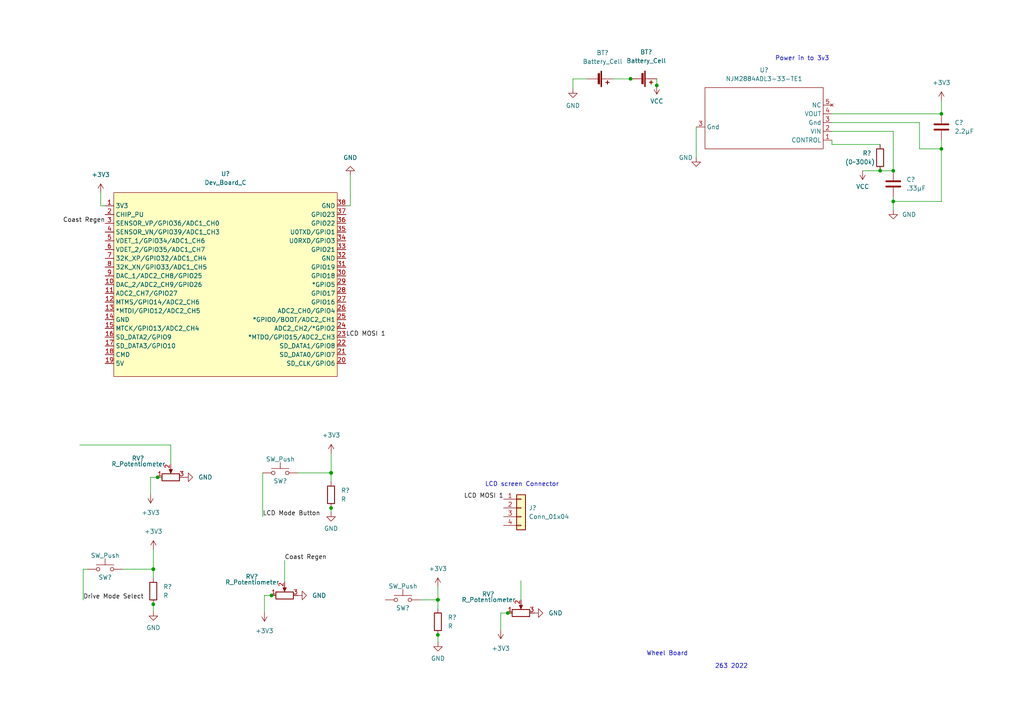
<source format=kicad_sch>
(kicad_sch (version 20211123) (generator eeschema)
  (paper "A4")
  (lib_symbols
    (symbol "AERO_Symbols:Dev_Board_C"
      (property "Reference" "U" (at 0 0 0))
      (property "Value" "Dev_Board_C" (at 0 0 0))
      (symbol "Dev_Board_C_0_0"
        (pin power_in line (at -36.83 -6.35 0) (length 2.54) (name "GND") (number "14"))
        (pin power_in line (at -36.83 -19.05 0) (length 2.54) (name "5V") (number "19"))
      )
      (symbol "Dev_Board_C_0_1"
        (rectangle (start -34.29 30.48) (end 30.48 -22.86) (fill (type background)))
      )
      (symbol "Dev_Board_C_1_1"
        (pin power_in line (at -36.83 26.67 0) (length 2.54) (name "3V3") (number "1"))
        (pin bidirectional line (at -36.83 3.81 0) (length 2.54) (name "DAC_2/ADC2_CH9/GPIO26") (number "10"))
        (pin bidirectional line (at -36.83 1.27 0) (length 2.54) (name "ADC2_CH7/GPIO27") (number "11"))
        (pin bidirectional line (at -36.83 -1.27 0) (length 2.54) (name "MTMS/GPIO14/ADC2_CH6") (number "12"))
        (pin bidirectional line (at -36.83 -3.81 0) (length 2.54) (name "*MTDI/GPIO12/ADC2_CH5") (number "13"))
        (pin bidirectional line (at -36.83 -8.89 0) (length 2.54) (name "MTCK/GPIO13/ADC2_CH4") (number "15"))
        (pin bidirectional line (at -36.83 -11.43 0) (length 2.54) (name "SD_DATA2/GPIO9") (number "16"))
        (pin bidirectional line (at -36.83 -13.97 0) (length 2.54) (name "SD_DATA3/GPIO10") (number "17"))
        (pin bidirectional line (at -36.83 -16.51 0) (length 2.54) (name "CMD") (number "18"))
        (pin input line (at -36.83 24.13 0) (length 2.54) (name "CHIP_PU") (number "2"))
        (pin bidirectional line (at 33.02 -19.05 180) (length 2.54) (name "SD_CLK/GPIO6") (number "20"))
        (pin bidirectional line (at 33.02 -16.51 180) (length 2.54) (name "SD_DATA0/GPIO7") (number "21"))
        (pin bidirectional line (at 33.02 -13.97 180) (length 2.54) (name "SD_DATA1/GPIO8") (number "22"))
        (pin bidirectional line (at 33.02 -11.43 180) (length 2.54) (name "*MTDO/GPIO15/ADC2_CH3") (number "23"))
        (pin bidirectional line (at 33.02 -8.89 180) (length 2.54) (name "ADC2_CH2/*GPIO2") (number "24"))
        (pin bidirectional line (at 33.02 -6.35 180) (length 2.54) (name "*GPIO0/BOOT/ADC2_CH1") (number "25"))
        (pin bidirectional line (at 33.02 -3.81 180) (length 2.54) (name "ADC2_CH0/GPIO4") (number "26"))
        (pin bidirectional line (at 33.02 -1.27 180) (length 2.54) (name "GPIO16") (number "27"))
        (pin bidirectional line (at 33.02 1.27 180) (length 2.54) (name "GPIO17") (number "28"))
        (pin bidirectional line (at 33.02 3.81 180) (length 2.54) (name "*GPIO5") (number "29"))
        (pin input line (at -36.83 21.59 0) (length 2.54) (name "SENSOR_VP/GPIO36/ADC1_CH0") (number "3"))
        (pin bidirectional line (at 33.02 6.35 180) (length 2.54) (name "GPIO18") (number "30"))
        (pin bidirectional line (at 33.02 8.89 180) (length 2.54) (name "GPIO19") (number "31"))
        (pin power_in line (at 33.02 11.43 180) (length 2.54) (name "GND") (number "32"))
        (pin bidirectional line (at 33.02 13.97 180) (length 2.54) (name "GPIO21") (number "33"))
        (pin bidirectional line (at 33.02 16.51 180) (length 2.54) (name "U0RXD/GPIO3") (number "34"))
        (pin bidirectional line (at 33.02 19.05 180) (length 2.54) (name "U0TXD/GPIO1") (number "35"))
        (pin bidirectional line (at 33.02 21.59 180) (length 2.54) (name "GPIO22") (number "36"))
        (pin bidirectional line (at 33.02 24.13 180) (length 2.54) (name "GPIO23") (number "37"))
        (pin power_in line (at 33.02 26.67 180) (length 2.54) (name "GND") (number "38"))
        (pin input line (at -36.83 19.05 0) (length 2.54) (name "SENSOR_VN/GPIO39/ADC1_CH3") (number "4"))
        (pin input line (at -36.83 16.51 0) (length 2.54) (name "VDET_1/GPIO34/ADC1_CH6") (number "5"))
        (pin input line (at -36.83 13.97 0) (length 2.54) (name "VDET_2/GPIO35/ADC1_CH7") (number "6"))
        (pin bidirectional line (at -36.83 11.43 0) (length 2.54) (name "32K_XP/GPIO32/ADC1_CH4") (number "7"))
        (pin bidirectional line (at -36.83 8.89 0) (length 2.54) (name "32K_XN/GPIO33/ADC1_CH5") (number "8"))
        (pin bidirectional line (at -36.83 6.35 0) (length 2.54) (name "DAC_1/ADC2_CH8/GPIO25") (number "9"))
      )
    )
    (symbol "AERO_Symbols:NJM2884ADL3-33-TE1"
      (property "Reference" "U" (at -8.89 2.54 0))
      (property "Value" "NJM2884ADL3-33-TE1" (at -5.08 0 0))
      (symbol "NJM2884ADL3-33-TE1_0_1"
        (rectangle (start -16.51 6.35) (end 17.78 -11.43))
      )
      (symbol "NJM2884ADL3-33-TE1_1_1"
        (pin input line (at 20.32 -8.89 180) (length 2.54) (name "CONTROL") (number "1"))
        (pin power_in line (at 20.32 -6.35 180) (length 2.54) (name "VIN") (number "2"))
        (pin power_out line (at -19.05 -5.08 0) (length 2.54) (name "Gnd") (number "3"))
        (pin power_out line (at 20.32 -3.81 180) (length 2.54) (name "Gnd") (number "3"))
        (pin power_out line (at 20.32 -1.27 180) (length 2.54) (name "VOUT") (number "4"))
        (pin no_connect line (at 20.32 1.27 180) (length 2.54) (name "NC") (number "5"))
      )
    )
    (symbol "Connector_Generic:Conn_01x04" (pin_names (offset 1.016) hide)
      (property "Reference" "J" (at 0 5.08 0))
      (property "Value" "Conn_01x04" (at 0 -7.62 0))
      (symbol "Conn_01x04_1_1"
        (rectangle (start -1.27 -4.953) (end 0 -5.207) (stroke (width 0.1524)))
        (rectangle (start -1.27 -2.413) (end 0 -2.667) (stroke (width 0.1524)))
        (rectangle (start -1.27 0.127) (end 0 -0.127) (stroke (width 0.1524)))
        (rectangle (start -1.27 2.667) (end 0 2.413) (stroke (width 0.1524)))
        (rectangle (start -1.27 3.81) (end 1.27 -6.35) (stroke (width 0.254)) (fill (type background)))
        (pin passive line (at -5.08 2.54 0) (length 3.81) (name "Pin_1") (number "1"))
        (pin passive line (at -5.08 0 0) (length 3.81) (name "Pin_2") (number "2"))
        (pin passive line (at -5.08 -2.54 0) (length 3.81) (name "Pin_3") (number "3"))
        (pin passive line (at -5.08 -5.08 0) (length 3.81) (name "Pin_4") (number "4"))
      )
    )
    (symbol "Device:Battery_Cell" (pin_numbers hide) (pin_names (offset 0) hide)
      (property "Reference" "BT" (at 2.54 2.54 0))
      (property "Value" "Battery_Cell" (at 2.54 0 0))
      (symbol "Battery_Cell_0_1"
        (rectangle (start -2.286 1.778) (end 2.286 1.524) (fill (type outline)))
        (rectangle (start -1.5748 1.1938) (end 1.4732 0.6858) (fill (type outline)))
        (polyline (pts (xy 0 0.762) (xy 0 0)))
        (polyline (pts (xy 0 1.778) (xy 0 2.54)))
        (polyline (pts (xy 0.508 3.429) (xy 1.524 3.429)) (stroke (width 0.254)))
        (polyline (pts (xy 1.016 3.937) (xy 1.016 2.921)) (stroke (width 0.254)))
      )
      (symbol "Battery_Cell_1_1"
        (pin passive line (at 0 5.08 270) (length 2.54) (name "+") (number "1"))
        (pin passive line (at 0 -2.54 90) (length 2.54) (name "-") (number "2"))
      )
    )
    (symbol "Device:C" (pin_numbers hide) (pin_names (offset 0.254))
      (property "Reference" "C" (at 0.635 2.54 0))
      (property "Value" "C" (at 0.635 -2.54 0))
      (symbol "C_0_1"
        (polyline (pts (xy -2.032 -0.762) (xy 2.032 -0.762)) (stroke (width 0.508)))
        (polyline (pts (xy -2.032 0.762) (xy 2.032 0.762)) (stroke (width 0.508)))
      )
      (symbol "C_1_1"
        (pin passive line (at 0 3.81 270) (length 2.794) (name "~") (number "1"))
        (pin passive line (at 0 -3.81 90) (length 2.794) (name "~") (number "2"))
      )
    )
    (symbol "Device:R" (pin_numbers hide) (pin_names (offset 0))
      (property "Reference" "R" (at 2.032 0 90))
      (property "Value" "R" (at 0 0 90))
      (symbol "R_0_1"
        (rectangle (start -1.016 -2.54) (end 1.016 2.54) (stroke (width 0.254)))
      )
      (symbol "R_1_1"
        (pin passive line (at 0 3.81 270) (length 1.27) (name "~") (number "1"))
        (pin passive line (at 0 -3.81 90) (length 1.27) (name "~") (number "2"))
      )
    )
    (symbol "Device:R_Potentiometer" (pin_names (offset 1.016) hide)
      (property "Reference" "RV" (at -4.445 0 90))
      (property "Value" "R_Potentiometer" (at -2.54 0 90))
      (symbol "R_Potentiometer_0_1"
        (polyline (pts (xy 2.54 0) (xy 1.524 0)))
        (polyline (pts (xy 1.143 0) (xy 2.286 0.508) (xy 2.286 -0.508) (xy 1.143 0)) (fill (type outline)))
        (rectangle (start 1.016 2.54) (end -1.016 -2.54) (stroke (width 0.254)))
      )
      (symbol "R_Potentiometer_1_1"
        (pin passive line (at 0 3.81 270) (length 1.27) (name "1") (number "1"))
        (pin passive line (at 3.81 0 180) (length 1.27) (name "2") (number "2"))
        (pin passive line (at 0 -3.81 90) (length 1.27) (name "3") (number "3"))
      )
    )
    (symbol "Switch:SW_Push" (pin_numbers hide) (pin_names (offset 1.016) hide)
      (property "Reference" "SW" (at 1.27 2.54 0))
      (property "Value" "SW_Push" (at 0 -1.524 0))
      (symbol "SW_Push_0_1"
        (circle (center -2.032 0) (radius 0.508))
        (polyline (pts (xy 0 1.27) (xy 0 3.048)))
        (polyline (pts (xy 2.54 1.27) (xy -2.54 1.27)))
        (circle (center 2.032 0) (radius 0.508))
        (pin passive line (at -5.08 0 0) (length 2.54) (name "1") (number "1"))
        (pin passive line (at 5.08 0 180) (length 2.54) (name "2") (number "2"))
      )
    )
    (symbol "power:+3V3" (power) (pin_names (offset 0))
      (property "Value" "+3V3" (at 0 3.556 0))
      (symbol "+3V3_0_1"
        (polyline (pts (xy -0.762 1.27) (xy 0 2.54)))
        (polyline (pts (xy 0 0) (xy 0 2.54)))
        (polyline (pts (xy 0 2.54) (xy 0.762 1.27)))
      )
      (symbol "+3V3_1_1"
        (pin power_in line (at 0 0 90) (length 0) hide (name "+3V3") (number "1"))
      )
    )
    (symbol "power:GND" (power) (pin_names (offset 0))
      (property "Value" "GND" (at 0 -3.81 0))
      (symbol "GND_0_1"
        (polyline (pts (xy 0 0) (xy 0 -1.27) (xy 1.27 -1.27) (xy 0 -2.54) (xy -1.27 -1.27) (xy 0 -1.27)))
      )
      (symbol "GND_1_1"
        (pin power_in line (at 0 0 270) (length 0) hide (name "GND") (number "1"))
      )
    )
    (symbol "power:VCC" (power) (pin_names (offset 0))
      (property "Value" "VCC" (at 0 3.81 0))
      (symbol "VCC_0_1"
        (polyline (pts (xy -0.762 1.27) (xy 0 2.54)))
        (polyline (pts (xy 0 0) (xy 0 2.54)))
        (polyline (pts (xy 0 2.54) (xy 0.762 1.27)))
      )
      (symbol "VCC_1_1"
        (pin power_in line (at 0 0 90) (length 0) hide (name "VCC") (number "1"))
      )
    )
  )
  (junction (at 45.72 138.43))
  (junction (at 127 184.15))
  (junction (at 44.45 165.0844))
  (junction (at 259.08 49.53))
  (junction (at 190.4917 24.7724))
  (junction (at 96.018 147.3356))
  (junction (at 147.2822 177.8045))
  (junction (at 182.88 22.86))
  (junction (at 259.08 58.42))
  (junction (at 127.0318 173.9744))
  (junction (at 96.018 137.16))
  (junction (at 127 173.9744))
  (junction (at 78.74 172.72))
  (junction (at 44.4818 165.0844))
  (junction (at 273.05 33.02))
  (junction (at 44.45 175.26))
  (junction (at 273.05 43.18))
  (junction (at 255.27 49.53))
  (junction (at 96.0498 137.16))
  (wire (pts (xy 255.27 49.53) (xy 259.08 49.53)))
  (wire (pts (xy 145.2375 182.7213) (xy 145.2375 177.8)))
  (wire (pts (xy 44.4818 165.0844) (xy 44.4818 159.3684)))
  (wire (pts (xy 121.92 173.99) (xy 127 173.9744)))
  (wire (pts (xy 151.0922 168.4443) (xy 151.0922 173.9945)))
  (wire (pts (xy 190.5 22.86) (xy 190.5 24.7724)))
  (wire (pts (xy 24.13 165.1) (xy 25.4 165.1)))
  (wire (pts (xy 241.3 35.56) (xy 266.7 35.56)))
  (wire (pts (xy 147.32 177.8) (xy 147.2822 177.8045)))
  (wire (pts (xy 82.55 162.56) (xy 82.55 168.91)))
  (wire (pts (xy 23.1247 129.0698) (xy 49.53 129.0698)))
  (wire (pts (xy 101.6 50.8) (xy 101.6 59.69)))
  (wire (pts (xy 43.6753 143.3468) (xy 43.6753 138.4255)))
  (wire (pts (xy 45.7578 138.4255) (xy 45.72 138.43)))
  (wire (pts (xy 190.5 24.7724) (xy 190.4917 24.7724)))
  (wire (pts (xy 273.05 58.42) (xy 259.08 58.42)))
  (wire (pts (xy 166.1729 22.8893) (xy 166.1729 25.7713)))
  (wire (pts (xy 78.7778 172.7155) (xy 78.74 172.72)))
  (wire (pts (xy 76.2 137.16) (xy 76.2 149.86)))
  (wire (pts (xy 44.4818 175.26) (xy 44.45 175.26)))
  (wire (pts (xy 250.19 49.53) (xy 255.27 49.53)))
  (wire (pts (xy 127.0318 184.15) (xy 127 184.15)))
  (wire (pts (xy 43.6753 138.4255) (xy 45.7578 138.4255)))
  (wire (pts (xy 266.7 43.18) (xy 273.05 43.18)))
  (wire (pts (xy 266.7 35.56) (xy 266.7 43.18)))
  (wire (pts (xy 259.08 58.42) (xy 259.08 57.15)))
  (wire (pts (xy 127 173.9744) (xy 127.0318 173.9744)))
  (wire (pts (xy 96.018 137.16) (xy 96.0498 137.16)))
  (wire (pts (xy 241.3 33.02) (xy 273.05 33.02)))
  (wire (pts (xy 241.3 41.91) (xy 241.3 40.64)))
  (wire (pts (xy 44.45 165.0844) (xy 44.4818 165.0844)))
  (wire (pts (xy 127 173.9744) (xy 127 176.53)))
  (wire (pts (xy 127 170.18) (xy 127 173.9744)))
  (wire (pts (xy 35.56 165.1) (xy 44.45 165.0844)))
  (wire (pts (xy 182.88 22.8893) (xy 182.88 22.86)))
  (wire (pts (xy 273.05 40.64) (xy 273.05 43.18)))
  (wire (pts (xy 127.0318 186.2854) (xy 127.0318 184.15)))
  (wire (pts (xy 49.53 129.0698) (xy 49.53 134.62)))
  (wire (pts (xy 201.93 45.72) (xy 201.93 36.83)))
  (wire (pts (xy 44.4818 177.3954) (xy 44.4818 175.26)))
  (wire (pts (xy 96.0498 137.16) (xy 96.0498 131.444)))
  (wire (pts (xy 86.36 137.16) (xy 96.018 137.16)))
  (wire (pts (xy 76.6953 177.6368) (xy 76.6953 172.7155)))
  (wire (pts (xy 259.08 38.1) (xy 241.3 38.1)))
  (wire (pts (xy 29.21 59.69) (xy 30.48 59.69)))
  (wire (pts (xy 177.8337 22.8893) (xy 182.88 22.8893)))
  (wire (pts (xy 145.2375 177.8) (xy 147.32 177.8)))
  (wire (pts (xy 96.018 148.6056) (xy 96.018 147.3356)))
  (wire (pts (xy 76.6953 172.7155) (xy 78.7778 172.7155)))
  (wire (pts (xy 29.21 55.88) (xy 29.21 59.69)))
  (wire (pts (xy 44.45 167.64) (xy 44.45 165.0844)))
  (wire (pts (xy 96.018 139.7156) (xy 96.018 137.16)))
  (wire (pts (xy 24.13 173.99) (xy 24.13 165.1)))
  (wire (pts (xy 259.08 49.53) (xy 259.08 38.1)))
  (wire (pts (xy 255.27 41.91) (xy 241.3 41.91)))
  (wire (pts (xy 96.0498 147.3356) (xy 96.018 147.3356)))
  (wire (pts (xy 101.6 59.69) (xy 100.33 59.69)))
  (wire (pts (xy 273.05 33.02) (xy 273.05 29.21)))
  (wire (pts (xy 273.05 43.18) (xy 273.05 58.42)))
  (wire (pts (xy 170.2137 22.8893) (xy 166.1729 22.8893)))
  (wire (pts (xy 259.08 60.96) (xy 259.08 58.42)))
  (text "Wheel Board\n" (at 187.4507 190.3597 0) (effects (font (size 1.27 1.27)) (justify left bottom)))
  (text "Power in to 3v3\n" (at 224.79 17.78 0) (effects (font (size 1.27 1.27)) (justify left bottom)))
  (text "LCD screen Connector\n" (at 140.6528 141.2891 0) (effects (font (size 1.27 1.27)) (justify left bottom)))
  (text "263 2022" (at 207.3291 194.0409 0) (effects (font (size 1.27 1.27)) (justify left bottom)))
  (label "LCD Mode Button" (at 76.2 149.86 0))
  (label "Coast Regen" (at 82.55 162.56 0))
  (label "Coast Regen" (at 30.48 64.77 180))
  (label "LCD MOSI 1" (at 100.33 97.79 0))
  (label "Drive Mode Select" (at 24.13 173.99 0))
  (label "LCD MOSI 1" (at 146.05 144.78 180))
  (symbol (lib_id "power:VCC") (at 190.4917 24.7724 180) (unit 1)
    (property "Reference" "#PWR?" (effects hide))
    (property "Value" "VCC" (at 190.4917 29.3634 0))
  )
  (symbol (lib_id "power:GND") (at 201.93 45.72 0) (unit 1)
    (property "Reference" "#PWR?" (effects hide))
    (property "Value" "GND" (at 196.85 45.72 0) (effects (justify left)))
  )
  (symbol (lib_id "Device:R") (at 255.27 45.72 180) (unit 1)
    (property "Reference" "R?" (at 250.19 44.45 0) (effects (justify right)))
    (property "Value" "(0~300k)" (at 245.11 46.99 0) (effects (justify right)))
  )
  (symbol (lib_id "Switch:SW_Push") (at 81.28 137.16 0) (unit 1)
    (property "Reference" "SW?" (at 81.2975 139.5196 0))
    (property "Value" "SW_Push" (at 81.3187 133.1821 0))
  )
  (symbol (lib_id "power:GND") (at 101.6 50.8 180) (unit 1)
    (property "Reference" "#PWR?" (effects hide))
    (property "Value" "GND" (at 101.6 45.72 0))
  )
  (symbol (lib_id "power:+3V3") (at 76.6953 177.6368 180) (unit 1)
    (property "Reference" "#PWR?" (effects hide))
    (property "Value" "+3V3" (at 76.6953 182.9811 0))
  )
  (symbol (lib_id "AERO_Symbols:Dev_Board_C") (at 67.31 86.36 0) (unit 1)
    (property "Reference" "U?" (at 65.405 50.4107 0))
    (property "Value" "Dev_Board_C" (at 65.405 52.9507 0))
  )
  (symbol (lib_id "Switch:SW_Push") (at 116.84 173.99 0) (unit 1)
    (property "Reference" "SW?" (at 116.8575 176.3496 0))
    (property "Value" "SW_Push" (at 116.8787 170.0121 0))
  )
  (symbol (lib_id "Device:R_Potentiometer") (at 49.53 138.43 90) (unit 1)
    (property "Reference" "RV?" (at 40.0433 132.9444 90))
    (property "Value" "R_Potentiometer" (at 40.1565 134.5867 90))
  )
  (symbol (lib_id "power:+3V3") (at 145.2375 182.7213 180) (unit 1)
    (property "Reference" "#PWR?" (effects hide))
    (property "Value" "+3V3" (at 145.2375 188.0656 0))
  )
  (symbol (lib_id "power:VCC") (at 250.19 49.53 180) (unit 1)
    (property "Reference" "#PWR?" (effects hide))
    (property "Value" "VCC" (at 250.19 54.121 0))
  )
  (symbol (lib_id "power:GND") (at 259.08 60.96 0) (unit 1)
    (property "Reference" "#PWR?" (effects hide))
    (property "Value" "GND" (at 261.62 62.2299 0) (effects (justify left)))
  )
  (symbol (lib_id "Device:R_Potentiometer") (at 151.0922 177.8045 90) (unit 1)
    (property "Reference" "RV?" (at 141.6055 172.3189 90))
    (property "Value" "R_Potentiometer" (at 141.7187 173.9612 90))
  )
  (symbol (lib_id "power:+3V3") (at 273.05 29.21 0) (unit 1)
    (property "Reference" "#PWR?" (effects hide))
    (property "Value" "+3V3" (at 273.05 23.9842 0))
  )
  (symbol (lib_id "AERO_Symbols:NJM2884ADL3-33-TE1") (at 220.98 31.75 0) (unit 1)
    (property "Reference" "U?" (at 221.615 20.32 0))
    (property "Value" "NJM2884ADL3-33-TE1" (at 221.615 22.86 0))
  )
  (symbol (lib_id "Device:C") (at 273.05 36.83 0) (unit 1)
    (property "Reference" "C?" (at 276.86 35.5599 0) (effects (justify left)))
    (property "Value" "2.2µF" (at 276.86 38.0999 0) (effects (justify left)))
  )
  (symbol (lib_id "Device:Battery_Cell") (at 172.7537 22.8893 270) (unit 1)
    (property "Reference" "BT?" (at 174.7857 15.3179 90))
    (property "Value" "Battery_Cell" (at 174.7857 17.8579 90))
  )
  (symbol (lib_id "power:GND") (at 86.36 172.72 90) (unit 1)
    (property "Reference" "#PWR?" (effects hide))
    (property "Value" "GND" (at 90.533 172.7199 90) (effects (justify right)))
  )
  (symbol (lib_id "Device:R") (at 44.45 171.45 180) (unit 1)
    (property "Reference" "R?" (at 47.3377 170.1799 0) (effects (justify right)))
    (property "Value" "R" (at 47.3377 172.7199 0) (effects (justify right)))
  )
  (symbol (lib_id "power:GND") (at 166.1729 25.7713 0) (unit 1)
    (property "Reference" "#PWR?" (effects hide))
    (property "Value" "GND" (at 166.1729 30.6334 0))
  )
  (symbol (lib_id "Connector_Generic:Conn_01x04") (at 151.13 147.32 0) (unit 1)
    (property "Reference" "J?" (at 153.3528 147.3199 0) (effects (justify left)))
    (property "Value" "Conn_01x04" (at 153.3528 149.8599 0) (effects (justify left)))
  )
  (symbol (lib_id "Device:R") (at 96.018 143.5256 180) (unit 1)
    (property "Reference" "R?" (at 98.9057 142.2555 0) (effects (justify right)))
    (property "Value" "R" (at 98.9057 144.7955 0) (effects (justify right)))
  )
  (symbol (lib_id "power:GND") (at 96.018 148.6056 0) (unit 1)
    (property "Reference" "#PWR?" (effects hide))
    (property "Value" "GND" (at 96.018 153.2928 0))
  )
  (symbol (lib_id "Device:Battery_Cell") (at 185.42 22.86 270) (unit 1)
    (property "Reference" "BT?" (at 187.452 15.0998 90))
    (property "Value" "Battery_Cell" (at 187.452 17.6398 90))
  )
  (symbol (lib_id "power:+3V3") (at 29.21 55.88 0) (unit 1)
    (property "Reference" "#PWR?" (effects hide))
    (property "Value" "+3V3" (at 29.21 50.6542 0))
  )
  (symbol (lib_id "power:GND") (at 53.34 138.43 90) (unit 1)
    (property "Reference" "#PWR?" (effects hide))
    (property "Value" "GND" (at 57.513 138.4299 90) (effects (justify right)))
  )
  (symbol (lib_id "Device:R_Potentiometer") (at 82.55 172.72 90) (unit 1)
    (property "Reference" "RV?" (at 73.0633 167.2344 90))
    (property "Value" "R_Potentiometer" (at 73.1765 168.8767 90))
  )
  (symbol (lib_id "power:GND") (at 44.4818 177.3954 0) (unit 1)
    (property "Reference" "#PWR?" (effects hide))
    (property "Value" "GND" (at 44.4818 182.0826 0))
  )
  (symbol (lib_id "power:+3V3") (at 44.4818 159.3684 0) (unit 1)
    (property "Reference" "#PWR?" (effects hide))
    (property "Value" "+3V3" (at 44.4818 154.1426 0))
  )
  (symbol (lib_id "Device:R") (at 127 180.34 180) (unit 1)
    (property "Reference" "R?" (at 129.8877 179.0699 0) (effects (justify right)))
    (property "Value" "R" (at 129.8877 181.6099 0) (effects (justify right)))
  )
  (symbol (lib_id "power:GND") (at 127.0318 186.2854 0) (unit 1)
    (property "Reference" "#PWR?" (effects hide))
    (property "Value" "GND" (at 127.0318 190.9726 0))
  )
  (symbol (lib_id "Switch:SW_Push") (at 30.48 165.1 0) (unit 1)
    (property "Reference" "SW?" (at 30.4975 167.4596 0))
    (property "Value" "SW_Push" (at 30.5187 161.1221 0))
  )
  (symbol (lib_id "power:+3V3") (at 127 170.18 0) (unit 1)
    (property "Reference" "#PWR?" (effects hide))
    (property "Value" "+3V3" (at 127 164.9542 0))
  )
  (symbol (lib_id "power:+3V3") (at 96.0498 131.444 0) (unit 1)
    (property "Reference" "#PWR?" (effects hide))
    (property "Value" "+3V3" (at 96.0498 126.2182 0))
  )
  (symbol (lib_id "power:GND") (at 154.9022 177.8045 90) (unit 1)
    (property "Reference" "#PWR?" (effects hide))
    (property "Value" "GND" (at 159.0752 177.8044 90) (effects (justify right)))
  )
  (symbol (lib_id "power:+3V3") (at 43.6753 143.3468 180) (unit 1)
    (property "Reference" "#PWR?" (effects hide))
    (property "Value" "+3V3" (at 43.6753 148.6911 0))
  )
  (symbol (lib_id "Device:C") (at 259.08 53.34 0) (unit 1)
    (property "Reference" "C?" (at 262.89 52.0699 0) (effects (justify left)))
    (property "Value" ".33µF" (at 262.89 54.6099 0) (effects (justify left)))
  )
)
</source>
